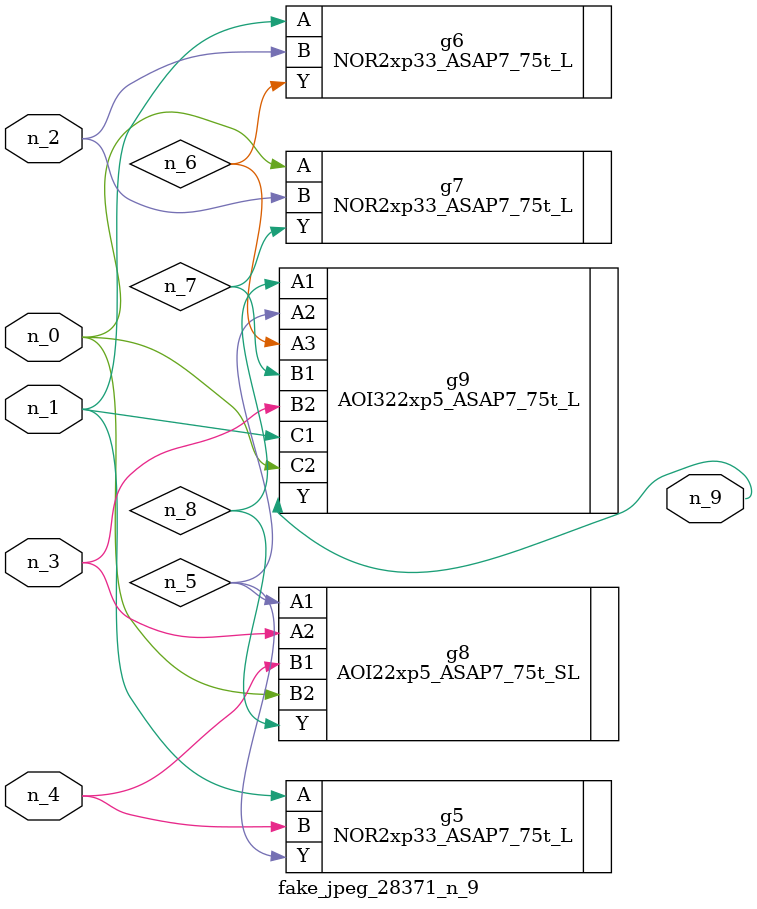
<source format=v>
module fake_jpeg_28371_n_9 (n_3, n_2, n_1, n_0, n_4, n_9);

input n_3;
input n_2;
input n_1;
input n_0;
input n_4;

output n_9;

wire n_8;
wire n_6;
wire n_5;
wire n_7;

NOR2xp33_ASAP7_75t_L g5 ( 
.A(n_1),
.B(n_4),
.Y(n_5)
);

NOR2xp33_ASAP7_75t_L g6 ( 
.A(n_1),
.B(n_2),
.Y(n_6)
);

NOR2xp33_ASAP7_75t_L g7 ( 
.A(n_0),
.B(n_2),
.Y(n_7)
);

AOI22xp5_ASAP7_75t_SL g8 ( 
.A1(n_5),
.A2(n_3),
.B1(n_4),
.B2(n_0),
.Y(n_8)
);

AOI322xp5_ASAP7_75t_L g9 ( 
.A1(n_8),
.A2(n_5),
.A3(n_6),
.B1(n_7),
.B2(n_3),
.C1(n_1),
.C2(n_0),
.Y(n_9)
);


endmodule
</source>
